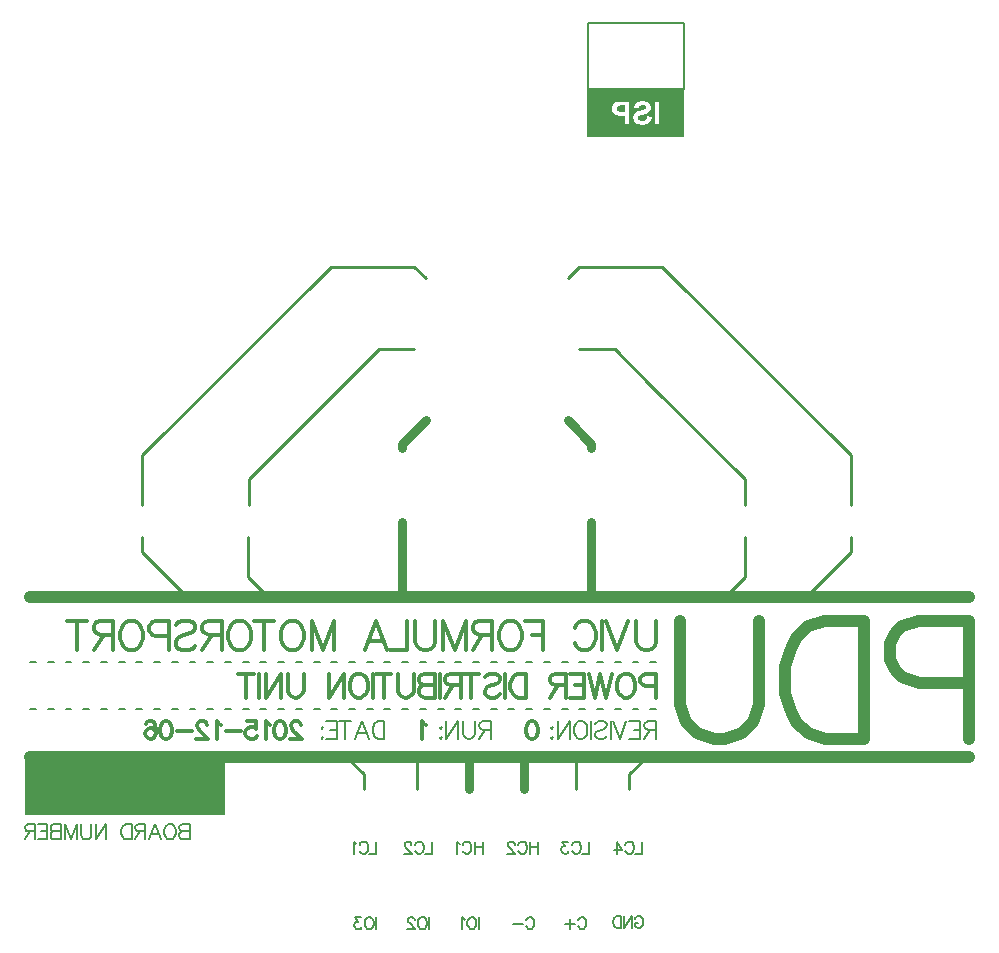
<source format=gbo>
G04 Layer_Color=32896*
%FSLAX25Y25*%
%MOIN*%
G70*
G01*
G75*
%ADD31C,0.03937*%
%ADD34C,0.03150*%
%ADD49C,0.00787*%
%ADD50C,0.01000*%
%ADD51R,0.66929X0.19685*%
%ADD79C,0.01181*%
G36*
X259449Y295276D02*
X226953D01*
Y311024D01*
X259449D01*
Y295276D01*
D02*
G37*
%LPC*%
G36*
X245507Y307070D02*
X245368D01*
X245276Y307058D01*
X245149Y307047D01*
X245011Y307035D01*
X244861Y307012D01*
X244700Y306989D01*
X244354Y306920D01*
X243996Y306805D01*
X243823Y306735D01*
X243662Y306643D01*
X243501Y306551D01*
X243362Y306436D01*
X243351Y306424D01*
X243328Y306401D01*
X243293Y306366D01*
X243247Y306320D01*
X243189Y306263D01*
X243132Y306182D01*
X243062Y306090D01*
X242993Y305986D01*
X242924Y305871D01*
X242866Y305744D01*
X242740Y305467D01*
X242693Y305306D01*
X242647Y305133D01*
X242613Y304948D01*
X242601Y304764D01*
X244135Y304706D01*
Y304718D01*
Y304729D01*
X244158Y304798D01*
X244181Y304902D01*
X244227Y305029D01*
X244285Y305167D01*
X244354Y305306D01*
X244446Y305433D01*
X244561Y305536D01*
X244573Y305548D01*
X244619Y305582D01*
X244688Y305617D01*
X244792Y305675D01*
X244930Y305721D01*
X245092Y305755D01*
X245288Y305790D01*
X245518Y305802D01*
X245622D01*
X245749Y305790D01*
X245899Y305767D01*
X246060Y305732D01*
X246233Y305686D01*
X246406Y305617D01*
X246556Y305525D01*
X246568Y305513D01*
X246591Y305490D01*
X246625Y305456D01*
X246671Y305398D01*
X246717Y305329D01*
X246752Y305248D01*
X246775Y305156D01*
X246787Y305052D01*
Y305041D01*
Y305006D01*
X246775Y304960D01*
X246764Y304891D01*
X246729Y304821D01*
X246694Y304741D01*
X246637Y304672D01*
X246568Y304591D01*
X246556Y304579D01*
X246510Y304545D01*
X246418Y304499D01*
X246360Y304476D01*
X246279Y304441D01*
X246199Y304395D01*
X246095Y304360D01*
X245991Y304314D01*
X245853Y304279D01*
X245714Y304233D01*
X245553Y304187D01*
X245368Y304130D01*
X245172Y304083D01*
X245161D01*
X245126Y304072D01*
X245069Y304061D01*
X244988Y304037D01*
X244896Y304014D01*
X244792Y303980D01*
X244550Y303922D01*
X244273Y303830D01*
X244008Y303749D01*
X243743Y303645D01*
X243627Y303599D01*
X243524Y303542D01*
X243512D01*
X243501Y303530D01*
X243431Y303496D01*
X243339Y303426D01*
X243224Y303346D01*
X243086Y303230D01*
X242947Y303103D01*
X242820Y302942D01*
X242693Y302769D01*
X242682Y302746D01*
X242647Y302688D01*
X242590Y302573D01*
X242532Y302435D01*
X242486Y302262D01*
X242428Y302054D01*
X242394Y301824D01*
X242382Y301570D01*
Y301558D01*
Y301535D01*
Y301501D01*
Y301455D01*
X242405Y301328D01*
X242428Y301166D01*
X242474Y300982D01*
X242532Y300774D01*
X242624Y300555D01*
X242751Y300336D01*
Y300325D01*
X242763Y300313D01*
X242820Y300244D01*
X242901Y300140D01*
X243016Y300025D01*
X243155Y299887D01*
X243339Y299748D01*
X243535Y299610D01*
X243777Y299495D01*
X243789D01*
X243812Y299483D01*
X243847Y299471D01*
X243893Y299448D01*
X243962Y299437D01*
X244031Y299414D01*
X244123Y299391D01*
X244227Y299368D01*
X244469Y299310D01*
X244746Y299275D01*
X245057Y299241D01*
X245415Y299229D01*
X245553D01*
X245657Y299241D01*
X245772Y299253D01*
X245910Y299264D01*
X246060Y299287D01*
X246233Y299310D01*
X246591Y299391D01*
X246775Y299448D01*
X246960Y299506D01*
X247132Y299587D01*
X247305Y299668D01*
X247478Y299771D01*
X247628Y299887D01*
X247640Y299898D01*
X247663Y299921D01*
X247697Y299956D01*
X247755Y300013D01*
X247813Y300083D01*
X247882Y300163D01*
X247951Y300267D01*
X248032Y300371D01*
X248113Y300509D01*
X248193Y300648D01*
X248263Y300809D01*
X248343Y300982D01*
X248401Y301166D01*
X248459Y301374D01*
X248505Y301593D01*
X248539Y301824D01*
X247052Y301974D01*
Y301962D01*
X247040Y301939D01*
Y301904D01*
X247029Y301847D01*
X246994Y301720D01*
X246936Y301547D01*
X246867Y301374D01*
X246775Y301189D01*
X246660Y301017D01*
X246521Y300867D01*
X246498Y300855D01*
X246441Y300809D01*
X246349Y300763D01*
X246222Y300694D01*
X246060Y300636D01*
X245876Y300578D01*
X245657Y300532D01*
X245403Y300521D01*
X245276D01*
X245149Y300532D01*
X244988Y300555D01*
X244804Y300602D01*
X244619Y300648D01*
X244446Y300728D01*
X244296Y300832D01*
X244285Y300844D01*
X244238Y300890D01*
X244181Y300947D01*
X244100Y301040D01*
X244031Y301143D01*
X243973Y301270D01*
X243927Y301409D01*
X243916Y301558D01*
Y301570D01*
Y301605D01*
X243927Y301651D01*
X243939Y301720D01*
X243985Y301858D01*
X244019Y301939D01*
X244077Y302008D01*
X244089Y302020D01*
X244112Y302043D01*
X244146Y302077D01*
X244204Y302123D01*
X244285Y302181D01*
X244377Y302227D01*
X244492Y302285D01*
X244631Y302343D01*
X244642D01*
X244688Y302366D01*
X244769Y302389D01*
X244884Y302423D01*
X244953Y302446D01*
X245046Y302469D01*
X245138Y302492D01*
X245253Y302527D01*
X245380Y302562D01*
X245518Y302596D01*
X245668Y302631D01*
X245841Y302677D01*
X245853D01*
X245899Y302688D01*
X245956Y302712D01*
X246037Y302734D01*
X246141Y302758D01*
X246256Y302792D01*
X246510Y302884D01*
X246798Y302988D01*
X247086Y303115D01*
X247340Y303265D01*
X247455Y303346D01*
X247559Y303426D01*
X247571Y303438D01*
X247594Y303461D01*
X247628Y303496D01*
X247663Y303542D01*
X247721Y303599D01*
X247778Y303668D01*
X247836Y303761D01*
X247905Y303853D01*
X248032Y304072D01*
X248147Y304337D01*
X248182Y304476D01*
X248216Y304625D01*
X248239Y304787D01*
X248251Y304948D01*
Y304960D01*
Y304971D01*
Y305006D01*
Y305052D01*
X248228Y305156D01*
X248205Y305306D01*
X248170Y305467D01*
X248113Y305652D01*
X248032Y305836D01*
X247928Y306032D01*
Y306044D01*
X247917Y306055D01*
X247870Y306113D01*
X247790Y306205D01*
X247686Y306320D01*
X247559Y306447D01*
X247398Y306574D01*
X247213Y306701D01*
X246994Y306805D01*
X246983D01*
X246971Y306816D01*
X246925Y306828D01*
X246879Y306851D01*
X246821Y306862D01*
X246752Y306885D01*
X246579Y306943D01*
X246360Y306989D01*
X246106Y307024D01*
X245818Y307058D01*
X245507Y307070D01*
D02*
G37*
G36*
X241079Y306943D02*
X238174D01*
X238035Y306931D01*
X237885D01*
X237574Y306920D01*
X237274Y306897D01*
X237136Y306885D01*
X237009Y306862D01*
X236905Y306851D01*
X236813Y306828D01*
X236802D01*
X236779Y306816D01*
X236755Y306805D01*
X236709Y306793D01*
X236583Y306747D01*
X236433Y306666D01*
X236260Y306574D01*
X236087Y306436D01*
X235902Y306274D01*
X235729Y306078D01*
Y306067D01*
X235706Y306055D01*
X235683Y306021D01*
X235660Y305974D01*
X235626Y305917D01*
X235591Y305848D01*
X235499Y305686D01*
X235418Y305467D01*
X235349Y305213D01*
X235303Y304925D01*
X235280Y304602D01*
Y304591D01*
Y304568D01*
Y304533D01*
Y304487D01*
X235291Y304360D01*
X235314Y304199D01*
X235337Y304014D01*
X235383Y303818D01*
X235453Y303622D01*
X235533Y303438D01*
X235545Y303415D01*
X235579Y303357D01*
X235637Y303276D01*
X235706Y303173D01*
X235799Y303046D01*
X235914Y302919D01*
X236041Y302804D01*
X236179Y302688D01*
X236191Y302677D01*
X236248Y302642D01*
X236329Y302596D01*
X236421Y302550D01*
X236548Y302481D01*
X236675Y302423D01*
X236825Y302377D01*
X236975Y302331D01*
X236998D01*
X237032Y302319D01*
X237078D01*
X237136Y302308D01*
X237205Y302296D01*
X237286Y302285D01*
X237378D01*
X237482Y302273D01*
X237597Y302262D01*
X237724Y302250D01*
X237874Y302239D01*
X238024D01*
X238185Y302227D01*
X239546D01*
Y299368D01*
X241079D01*
Y306943D01*
D02*
G37*
G36*
X251122D02*
X249588D01*
Y299368D01*
X251122D01*
Y306943D01*
D02*
G37*
%LPD*%
G36*
X239546Y303507D02*
X238496D01*
X238416Y303519D01*
X238231D01*
X238024Y303530D01*
X237828Y303553D01*
X237655Y303588D01*
X237574Y303599D01*
X237516Y303622D01*
X237505Y303634D01*
X237470Y303645D01*
X237413Y303668D01*
X237344Y303715D01*
X237263Y303761D01*
X237182Y303830D01*
X237101Y303899D01*
X237032Y303991D01*
X237021Y304003D01*
X237009Y304037D01*
X236975Y304095D01*
X236940Y304164D01*
X236917Y304245D01*
X236882Y304349D01*
X236871Y304464D01*
X236859Y304579D01*
Y304602D01*
Y304648D01*
X236871Y304729D01*
X236894Y304821D01*
X236917Y304925D01*
X236963Y305041D01*
X237021Y305156D01*
X237101Y305260D01*
X237113Y305271D01*
X237147Y305306D01*
X237194Y305352D01*
X237274Y305410D01*
X237355Y305467D01*
X237470Y305525D01*
X237586Y305571D01*
X237724Y305606D01*
X237736D01*
X237782Y305617D01*
X237851Y305628D01*
X237955Y305640D01*
X238105D01*
X238300Y305652D01*
X238404Y305663D01*
X239546D01*
Y303507D01*
D02*
G37*
D31*
X41339Y141732D02*
X354331D01*
X41339Y88583D02*
X354331D01*
Y113232D02*
X337461D01*
X331838Y115106D01*
X329964Y116981D01*
X328090Y120729D01*
Y126352D01*
X329964Y130101D01*
X331838Y131975D01*
X337461Y133850D01*
X354331D01*
Y94488D01*
X319280Y133850D02*
Y94488D01*
Y133850D02*
X306159D01*
X300536Y131975D01*
X296788Y128227D01*
X294913Y124478D01*
X293039Y118855D01*
Y109483D01*
X294913Y103860D01*
X296788Y100111D01*
X300536Y96363D01*
X306159Y94488D01*
X319280D01*
X284229Y133850D02*
Y105734D01*
X282355Y100111D01*
X278606Y96363D01*
X272983Y94488D01*
X269235D01*
X263612Y96363D01*
X259863Y100111D01*
X257988Y105734D01*
Y133850D01*
D34*
X228346Y142126D02*
Y166929D01*
X205906Y88583D02*
X205945Y77953D01*
X187668D02*
X187707Y88583D01*
X165266Y142126D02*
Y166929D01*
X228346Y191339D02*
Y192913D01*
X220472Y200787D02*
X228346Y192913D01*
X165354D02*
X173228Y200787D01*
X165354Y191339D02*
Y192913D01*
D49*
X248031Y120079D02*
X250000D01*
X242126D02*
X244094D01*
X230315D02*
X232283D01*
X236221D02*
X238189D01*
X242126D02*
X244094D01*
X236221D02*
X238189D01*
X248031D02*
X250000D01*
X218504D02*
X220472D01*
X212598D02*
X214567D01*
X224410D02*
X226378D01*
X200787D02*
X202756D01*
X194882D02*
X196850D01*
X206693D02*
X208661D01*
X153543D02*
X155512D01*
X141732D02*
X143701D01*
X147638D02*
X149606D01*
X171260D02*
X173228D01*
X159449D02*
X161417D01*
X165354D02*
X167323D01*
X183071D02*
X185039D01*
X177165D02*
X179134D01*
X188976D02*
X190945D01*
X100394D02*
X102362D01*
X88583D02*
X90551D01*
X94488D02*
X96457D01*
X118110D02*
X120079D01*
X106299D02*
X108268D01*
X112205D02*
X114173D01*
X129921D02*
X131890D01*
X124016D02*
X125984D01*
X135827D02*
X137795D01*
X47244D02*
X49213D01*
X41339D02*
X43307D01*
X64961D02*
X66929D01*
X53150D02*
X55118D01*
X59055D02*
X61024D01*
X76772D02*
X78740D01*
X70866D02*
X72835D01*
X82677D02*
X84646D01*
X82677Y104331D02*
X84646D01*
X70866D02*
X72835D01*
X76772D02*
X78740D01*
X59055D02*
X61024D01*
X53150D02*
X55118D01*
X64961D02*
X66929D01*
X41339D02*
X43307D01*
X47244D02*
X49213D01*
X135827D02*
X137795D01*
X124016D02*
X125984D01*
X129921D02*
X131890D01*
X112205D02*
X114173D01*
X106299D02*
X108268D01*
X118110D02*
X120079D01*
X94488D02*
X96457D01*
X88583D02*
X90551D01*
X100394D02*
X102362D01*
X188976D02*
X190945D01*
X177165D02*
X179134D01*
X183071D02*
X185039D01*
X165354D02*
X167323D01*
X159449D02*
X161417D01*
X171260D02*
X173228D01*
X147638D02*
X149606D01*
X141732D02*
X143701D01*
X153543D02*
X155512D01*
X206693D02*
X208661D01*
X194882D02*
X196850D01*
X200787D02*
X202756D01*
X224410D02*
X226378D01*
X212598D02*
X214567D01*
X218504D02*
X220472D01*
X248031D02*
X250000D01*
X236221D02*
X238189D01*
X242126D02*
X244094D01*
X236221D02*
X238189D01*
X230315D02*
X232283D01*
X242126D02*
X244094D01*
X248031D02*
X250000D01*
X259213Y311024D02*
Y333071D01*
X227165Y311024D02*
X259213D01*
X227165Y333071D02*
X259213D01*
X227165Y311024D02*
Y333071D01*
X250000Y100392D02*
Y94488D01*
Y100392D02*
X247470D01*
X246626Y100111D01*
X246345Y99830D01*
X246064Y99268D01*
Y98706D01*
X246345Y98143D01*
X246626Y97862D01*
X247470Y97581D01*
X250000D01*
X248032D02*
X246064Y94488D01*
X241087Y100392D02*
X244742D01*
Y94488D01*
X241087D01*
X244742Y97581D02*
X242493D01*
X240103Y100392D02*
X237854Y94488D01*
X235605Y100392D02*
X237854Y94488D01*
X234846Y100392D02*
Y94488D01*
X229673Y99549D02*
X230235Y100111D01*
X231078Y100392D01*
X232203D01*
X233046Y100111D01*
X233609Y99549D01*
Y98987D01*
X233328Y98424D01*
X233046Y98143D01*
X232484Y97862D01*
X230797Y97300D01*
X230235Y97019D01*
X229954Y96737D01*
X229673Y96175D01*
Y95332D01*
X230235Y94769D01*
X231078Y94488D01*
X232203D01*
X233046Y94769D01*
X233609Y95332D01*
X228351Y100392D02*
Y94488D01*
X225427Y100392D02*
X225989Y100111D01*
X226552Y99549D01*
X226833Y98987D01*
X227114Y98143D01*
Y96737D01*
X226833Y95894D01*
X226552Y95332D01*
X225989Y94769D01*
X225427Y94488D01*
X224303D01*
X223740Y94769D01*
X223178Y95332D01*
X222897Y95894D01*
X222616Y96737D01*
Y98143D01*
X222897Y98987D01*
X223178Y99549D01*
X223740Y100111D01*
X224303Y100392D01*
X225427D01*
X221238D02*
Y94488D01*
Y100392D02*
X217302Y94488D01*
Y100392D02*
Y94488D01*
X215390Y98424D02*
X215671Y98143D01*
X215390Y97862D01*
X215109Y98143D01*
X215390Y98424D01*
Y95051D02*
X215671Y94769D01*
X215390Y94488D01*
X215109Y94769D01*
X215390Y95051D01*
X194882Y100392D02*
Y94488D01*
Y100392D02*
X192351D01*
X191508Y100111D01*
X191227Y99830D01*
X190946Y99268D01*
Y98706D01*
X191227Y98143D01*
X191508Y97862D01*
X192351Y97581D01*
X194882D01*
X192914D02*
X190946Y94488D01*
X189624Y100392D02*
Y96175D01*
X189343Y95332D01*
X188781Y94769D01*
X187937Y94488D01*
X187375D01*
X186532Y94769D01*
X185969Y95332D01*
X185688Y96175D01*
Y100392D01*
X184057D02*
Y94488D01*
Y100392D02*
X180121Y94488D01*
Y100392D02*
Y94488D01*
X178209Y98424D02*
X178491Y98143D01*
X178209Y97862D01*
X177928Y98143D01*
X178209Y98424D01*
Y95051D02*
X178491Y94769D01*
X178209Y94488D01*
X177928Y94769D01*
X178209Y95051D01*
X159449Y100392D02*
Y94488D01*
Y100392D02*
X157481D01*
X156637Y100111D01*
X156075Y99549D01*
X155794Y98987D01*
X155513Y98143D01*
Y96737D01*
X155794Y95894D01*
X156075Y95332D01*
X156637Y94769D01*
X157481Y94488D01*
X159449D01*
X149693D02*
X151942Y100392D01*
X154191Y94488D01*
X153348Y96456D02*
X150536D01*
X146347Y100392D02*
Y94488D01*
X148315Y100392D02*
X144379D01*
X140021D02*
X143676D01*
Y94488D01*
X140021D01*
X143676Y97581D02*
X141427D01*
X138756Y98424D02*
X139037Y98143D01*
X138756Y97862D01*
X138475Y98143D01*
X138756Y98424D01*
Y95051D02*
X139037Y94769D01*
X138756Y94488D01*
X138475Y94769D01*
X138756Y95051D01*
X245276Y60235D02*
Y56299D01*
X243026D01*
X239784Y59298D02*
X239971Y59673D01*
X240346Y60048D01*
X240721Y60235D01*
X241471D01*
X241845Y60048D01*
X242220Y59673D01*
X242408Y59298D01*
X242595Y58736D01*
Y57799D01*
X242408Y57236D01*
X242220Y56862D01*
X241845Y56487D01*
X241471Y56299D01*
X240721D01*
X240346Y56487D01*
X239971Y56862D01*
X239784Y57236D01*
X236804Y60235D02*
X238678Y57611D01*
X235866D01*
X236804Y60235D02*
Y56299D01*
X227559Y60235D02*
Y56299D01*
X225310D01*
X222067Y59298D02*
X222255Y59673D01*
X222629Y60048D01*
X223004Y60235D01*
X223754D01*
X224129Y60048D01*
X224504Y59673D01*
X224691Y59298D01*
X224879Y58736D01*
Y57799D01*
X224691Y57236D01*
X224504Y56862D01*
X224129Y56487D01*
X223754Y56299D01*
X223004D01*
X222629Y56487D01*
X222255Y56862D01*
X222067Y57236D01*
X220586Y60235D02*
X218525D01*
X219649Y58736D01*
X219087D01*
X218712Y58548D01*
X218525Y58361D01*
X218337Y57799D01*
Y57424D01*
X218525Y56862D01*
X218899Y56487D01*
X219462Y56299D01*
X220024D01*
X220586Y56487D01*
X220774Y56674D01*
X220961Y57049D01*
X210630Y60235D02*
Y56299D01*
X208006Y60235D02*
Y56299D01*
X210630Y58361D02*
X208006D01*
X204107Y59298D02*
X204295Y59673D01*
X204669Y60048D01*
X205044Y60235D01*
X205794D01*
X206169Y60048D01*
X206544Y59673D01*
X206731Y59298D01*
X206919Y58736D01*
Y57799D01*
X206731Y57236D01*
X206544Y56862D01*
X206169Y56487D01*
X205794Y56299D01*
X205044D01*
X204669Y56487D01*
X204295Y56862D01*
X204107Y57236D01*
X202814Y59298D02*
Y59486D01*
X202626Y59860D01*
X202439Y60048D01*
X202064Y60235D01*
X201314D01*
X200939Y60048D01*
X200752Y59860D01*
X200565Y59486D01*
Y59111D01*
X200752Y58736D01*
X201127Y58174D01*
X203001Y56299D01*
X200377D01*
X192126Y60235D02*
Y56299D01*
X189502Y60235D02*
Y56299D01*
X192126Y58361D02*
X189502D01*
X185603Y59298D02*
X185791Y59673D01*
X186165Y60048D01*
X186540Y60235D01*
X187290D01*
X187665Y60048D01*
X188040Y59673D01*
X188227Y59298D01*
X188415Y58736D01*
Y57799D01*
X188227Y57236D01*
X188040Y56862D01*
X187665Y56487D01*
X187290Y56299D01*
X186540D01*
X186165Y56487D01*
X185791Y56862D01*
X185603Y57236D01*
X184497Y59486D02*
X184123Y59673D01*
X183560Y60235D01*
Y56299D01*
X175197Y60235D02*
Y56299D01*
X172948D01*
X169705Y59298D02*
X169892Y59673D01*
X170267Y60048D01*
X170642Y60235D01*
X171392D01*
X171767Y60048D01*
X172142Y59673D01*
X172329Y59298D01*
X172517Y58736D01*
Y57799D01*
X172329Y57236D01*
X172142Y56862D01*
X171767Y56487D01*
X171392Y56299D01*
X170642D01*
X170267Y56487D01*
X169892Y56862D01*
X169705Y57236D01*
X168412Y59298D02*
Y59486D01*
X168224Y59860D01*
X168037Y60048D01*
X167662Y60235D01*
X166912D01*
X166537Y60048D01*
X166350Y59860D01*
X166162Y59486D01*
Y59111D01*
X166350Y58736D01*
X166725Y58174D01*
X168599Y56299D01*
X165975D01*
X156693Y60235D02*
Y56299D01*
X154444D01*
X151201Y59298D02*
X151389Y59673D01*
X151763Y60048D01*
X152138Y60235D01*
X152888D01*
X153263Y60048D01*
X153638Y59673D01*
X153825Y59298D01*
X154013Y58736D01*
Y57799D01*
X153825Y57236D01*
X153638Y56862D01*
X153263Y56487D01*
X152888Y56299D01*
X152138D01*
X151763Y56487D01*
X151389Y56862D01*
X151201Y57236D01*
X150095Y59486D02*
X149720Y59673D01*
X149158Y60235D01*
Y56299D01*
X242858Y34495D02*
X243045Y34870D01*
X243420Y35245D01*
X243795Y35432D01*
X244545D01*
X244919Y35245D01*
X245294Y34870D01*
X245482Y34495D01*
X245669Y33933D01*
Y32996D01*
X245482Y32433D01*
X245294Y32058D01*
X244919Y31683D01*
X244545Y31496D01*
X243795D01*
X243420Y31683D01*
X243045Y32058D01*
X242858Y32433D01*
Y32996D01*
X243795D02*
X242858D01*
X241958Y35432D02*
Y31496D01*
Y35432D02*
X239334Y31496D01*
Y35432D02*
Y31496D01*
X238247Y35432D02*
Y31496D01*
Y35432D02*
X236935D01*
X236372Y35245D01*
X235998Y34870D01*
X235810Y34495D01*
X235623Y33933D01*
Y32996D01*
X235810Y32433D01*
X235998Y32058D01*
X236372Y31683D01*
X236935Y31496D01*
X238247D01*
X223960Y34101D02*
X224148Y34476D01*
X224522Y34851D01*
X224897Y35039D01*
X225647D01*
X226022Y34851D01*
X226397Y34476D01*
X226584Y34101D01*
X226772Y33539D01*
Y32602D01*
X226584Y32039D01*
X226397Y31665D01*
X226022Y31290D01*
X225647Y31102D01*
X224897D01*
X224522Y31290D01*
X224148Y31665D01*
X223960Y32039D01*
X221167Y34476D02*
Y31102D01*
X222854Y32789D02*
X219480D01*
X206637Y34101D02*
X206825Y34476D01*
X207200Y34851D01*
X207574Y35039D01*
X208324D01*
X208699Y34851D01*
X209074Y34476D01*
X209261Y34101D01*
X209449Y33539D01*
Y32602D01*
X209261Y32039D01*
X209074Y31665D01*
X208699Y31290D01*
X208324Y31102D01*
X207574D01*
X207200Y31290D01*
X206825Y31665D01*
X206637Y32039D01*
X205531Y32789D02*
X202157D01*
X190945Y35039D02*
Y31102D01*
X188996Y35039D02*
X189370Y34851D01*
X189745Y34476D01*
X189933Y34101D01*
X190120Y33539D01*
Y32602D01*
X189933Y32039D01*
X189745Y31665D01*
X189370Y31290D01*
X188996Y31102D01*
X188246D01*
X187871Y31290D01*
X187496Y31665D01*
X187309Y32039D01*
X187121Y32602D01*
Y33539D01*
X187309Y34101D01*
X187496Y34476D01*
X187871Y34851D01*
X188246Y35039D01*
X188996D01*
X186203Y34289D02*
X185828Y34476D01*
X185266Y35039D01*
Y31102D01*
X174409Y35039D02*
Y31102D01*
X172460Y35039D02*
X172835Y34851D01*
X173210Y34476D01*
X173397Y34101D01*
X173585Y33539D01*
Y32602D01*
X173397Y32039D01*
X173210Y31665D01*
X172835Y31290D01*
X172460Y31102D01*
X171710D01*
X171335Y31290D01*
X170961Y31665D01*
X170773Y32039D01*
X170586Y32602D01*
Y33539D01*
X170773Y34101D01*
X170961Y34476D01*
X171335Y34851D01*
X171710Y35039D01*
X172460D01*
X169480Y34101D02*
Y34289D01*
X169292Y34664D01*
X169105Y34851D01*
X168730Y35039D01*
X167980D01*
X167605Y34851D01*
X167418Y34664D01*
X167231Y34289D01*
Y33914D01*
X167418Y33539D01*
X167793Y32977D01*
X169667Y31102D01*
X167043D01*
X156693Y35039D02*
Y31102D01*
X154744Y35039D02*
X155118Y34851D01*
X155493Y34476D01*
X155681Y34101D01*
X155868Y33539D01*
Y32602D01*
X155681Y32039D01*
X155493Y31665D01*
X155118Y31290D01*
X154744Y31102D01*
X153994D01*
X153619Y31290D01*
X153244Y31665D01*
X153057Y32039D01*
X152869Y32602D01*
Y33539D01*
X153057Y34101D01*
X153244Y34476D01*
X153619Y34851D01*
X153994Y35039D01*
X154744D01*
X151576D02*
X149514D01*
X150639Y33539D01*
X150076D01*
X149701Y33352D01*
X149514Y33164D01*
X149327Y32602D01*
Y32227D01*
X149514Y31665D01*
X149889Y31290D01*
X150451Y31102D01*
X151014D01*
X151576Y31290D01*
X151763Y31477D01*
X151951Y31852D01*
X94488Y66141D02*
Y61024D01*
Y66141D02*
X92295D01*
X91564Y65897D01*
X91321Y65653D01*
X91077Y65166D01*
Y64679D01*
X91321Y64191D01*
X91564Y63948D01*
X92295Y63704D01*
X94488D02*
X92295D01*
X91564Y63460D01*
X91321Y63217D01*
X91077Y62729D01*
Y61998D01*
X91321Y61511D01*
X91564Y61267D01*
X92295Y61024D01*
X94488D01*
X88470Y66141D02*
X88957Y65897D01*
X89444Y65410D01*
X89688Y64922D01*
X89932Y64191D01*
Y62973D01*
X89688Y62242D01*
X89444Y61755D01*
X88957Y61267D01*
X88470Y61024D01*
X87495D01*
X87008Y61267D01*
X86520Y61755D01*
X86277Y62242D01*
X86033Y62973D01*
Y64191D01*
X86277Y64922D01*
X86520Y65410D01*
X87008Y65897D01*
X87495Y66141D01*
X88470D01*
X80940Y61024D02*
X82890Y66141D01*
X84839Y61024D01*
X84108Y62729D02*
X81671D01*
X79746Y66141D02*
Y61024D01*
Y66141D02*
X77553D01*
X76822Y65897D01*
X76579Y65653D01*
X76335Y65166D01*
Y64679D01*
X76579Y64191D01*
X76822Y63948D01*
X77553Y63704D01*
X79746D01*
X78041D02*
X76335Y61024D01*
X75190Y66141D02*
Y61024D01*
Y66141D02*
X73484D01*
X72753Y65897D01*
X72266Y65410D01*
X72022Y64922D01*
X71778Y64191D01*
Y62973D01*
X72022Y62242D01*
X72266Y61755D01*
X72753Y61267D01*
X73484Y61024D01*
X75190D01*
X66613Y66141D02*
Y61024D01*
Y66141D02*
X63201Y61024D01*
Y66141D02*
Y61024D01*
X61788Y66141D02*
Y62486D01*
X61544Y61755D01*
X61057Y61267D01*
X60326Y61024D01*
X59839D01*
X59108Y61267D01*
X58620Y61755D01*
X58377Y62486D01*
Y66141D01*
X56963D02*
Y61024D01*
Y66141D02*
X55014Y61024D01*
X53065Y66141D02*
X55014Y61024D01*
X53065Y66141D02*
Y61024D01*
X51603Y66141D02*
Y61024D01*
Y66141D02*
X49410D01*
X48679Y65897D01*
X48435Y65653D01*
X48191Y65166D01*
Y64679D01*
X48435Y64191D01*
X48679Y63948D01*
X49410Y63704D01*
X51603D02*
X49410D01*
X48679Y63460D01*
X48435Y63217D01*
X48191Y62729D01*
Y61998D01*
X48435Y61511D01*
X48679Y61267D01*
X49410Y61024D01*
X51603D01*
X43878Y66141D02*
X47046D01*
Y61024D01*
X43878D01*
X47046Y63704D02*
X45097D01*
X43026Y66141D02*
Y61024D01*
Y66141D02*
X40833D01*
X40102Y65897D01*
X39858Y65653D01*
X39614Y65166D01*
Y64679D01*
X39858Y64191D01*
X40102Y63948D01*
X40833Y63704D01*
X43026D01*
X41320D02*
X39614Y61024D01*
D50*
X314961Y156693D02*
Y161811D01*
X240945Y77953D02*
Y82677D01*
X300394Y142126D02*
X314961Y156693D01*
X240945Y82677D02*
X246850Y88583D01*
X223445Y77953D02*
Y82677D01*
X279528Y156693D02*
Y161811D01*
Y148425D02*
Y156693D01*
X274016Y142913D02*
X279528Y148425D01*
X223445Y82677D02*
Y88406D01*
X170168Y82677D02*
Y88406D01*
Y77953D02*
Y82677D01*
X146762Y88583D02*
X152668Y82677D01*
Y77953D02*
Y82677D01*
X114085Y148425D02*
X119597Y142913D01*
X114085Y148425D02*
Y156693D01*
Y161811D01*
X78652Y156693D02*
X93219Y142126D01*
X78652Y156693D02*
Y161811D01*
Y172441D02*
Y177559D01*
X279528Y172441D02*
Y177559D01*
X314961Y172441D02*
Y177559D01*
Y188976D01*
X251969Y251969D02*
X314961Y188976D01*
X232283Y251969D02*
X251969D01*
X279528Y177165D02*
Y181102D01*
X248031Y212598D02*
X279528Y181102D01*
X224410Y224410D02*
X236221D01*
X248031Y212598D02*
X248031D01*
X236221Y224410D02*
X248031Y212598D01*
X224410Y251969D02*
X232283D01*
X220472Y248031D02*
X224410Y251969D01*
X169291D02*
X173228Y248031D01*
X161417Y251969D02*
X169291D01*
X145669Y212598D02*
X157480Y224410D01*
X145669Y212598D02*
X145669D01*
X157480Y224410D02*
X169291D01*
X114173Y181102D02*
X145669Y212598D01*
X114173Y177165D02*
Y181102D01*
X141732Y251969D02*
X161417D01*
X78740Y188976D02*
X141732Y251969D01*
X78740Y177559D02*
Y188976D01*
Y172441D02*
Y177559D01*
X114173Y172441D02*
Y177559D01*
D51*
X72835Y78740D02*
D03*
D79*
X250000Y133856D02*
Y126827D01*
X249531Y125422D01*
X248594Y124484D01*
X247188Y124016D01*
X246251D01*
X244846Y124484D01*
X243908Y125422D01*
X243440Y126827D01*
Y133856D01*
X240722D02*
X236973Y124016D01*
X233224Y133856D02*
X236973Y124016D01*
X231959Y133856D02*
Y124016D01*
X222869Y131513D02*
X223337Y132450D01*
X224274Y133388D01*
X225212Y133856D01*
X227086D01*
X228023Y133388D01*
X228960Y132450D01*
X229429Y131513D01*
X229897Y130107D01*
Y127764D01*
X229429Y126359D01*
X228960Y125422D01*
X228023Y124484D01*
X227086Y124016D01*
X225212D01*
X224274Y124484D01*
X223337Y125422D01*
X222869Y126359D01*
X212372Y133856D02*
Y124016D01*
Y133856D02*
X206280D01*
X212372Y129170D02*
X208623D01*
X202344Y133856D02*
X203281Y133388D01*
X204219Y132450D01*
X204687Y131513D01*
X205156Y130107D01*
Y127764D01*
X204687Y126359D01*
X204219Y125422D01*
X203281Y124484D01*
X202344Y124016D01*
X200470D01*
X199533Y124484D01*
X198596Y125422D01*
X198127Y126359D01*
X197658Y127764D01*
Y130107D01*
X198127Y131513D01*
X198596Y132450D01*
X199533Y133388D01*
X200470Y133856D01*
X202344D01*
X195362D02*
Y124016D01*
Y133856D02*
X191145D01*
X189739Y133388D01*
X189271Y132919D01*
X188802Y131982D01*
Y131045D01*
X189271Y130107D01*
X189739Y129639D01*
X191145Y129170D01*
X195362D01*
X192082D02*
X188802Y124016D01*
X186600Y133856D02*
Y124016D01*
Y133856D02*
X182851Y124016D01*
X179102Y133856D02*
X182851Y124016D01*
X179102Y133856D02*
Y124016D01*
X176291Y133856D02*
Y126827D01*
X175822Y125422D01*
X174885Y124484D01*
X173479Y124016D01*
X172542D01*
X171136Y124484D01*
X170199Y125422D01*
X169730Y126827D01*
Y133856D01*
X167013D02*
Y124016D01*
X161390D01*
X152814D02*
X156563Y133856D01*
X160312Y124016D01*
X158906Y127296D02*
X154220D01*
X142786Y133856D02*
Y124016D01*
Y133856D02*
X139038Y124016D01*
X135289Y133856D02*
X139038Y124016D01*
X135289Y133856D02*
Y124016D01*
X129666Y133856D02*
X130603Y133388D01*
X131540Y132450D01*
X132009Y131513D01*
X132477Y130107D01*
Y127764D01*
X132009Y126359D01*
X131540Y125422D01*
X130603Y124484D01*
X129666Y124016D01*
X127792D01*
X126854Y124484D01*
X125917Y125422D01*
X125449Y126359D01*
X124980Y127764D01*
Y130107D01*
X125449Y131513D01*
X125917Y132450D01*
X126854Y133388D01*
X127792Y133856D01*
X129666D01*
X119404D02*
Y124016D01*
X122684Y133856D02*
X116124D01*
X112141D02*
X113078Y133388D01*
X114015Y132450D01*
X114483Y131513D01*
X114952Y130107D01*
Y127764D01*
X114483Y126359D01*
X114015Y125422D01*
X113078Y124484D01*
X112141Y124016D01*
X110266D01*
X109329Y124484D01*
X108392Y125422D01*
X107923Y126359D01*
X107455Y127764D01*
Y130107D01*
X107923Y131513D01*
X108392Y132450D01*
X109329Y133388D01*
X110266Y133856D01*
X112141D01*
X105158D02*
Y124016D01*
Y133856D02*
X100941D01*
X99536Y133388D01*
X99067Y132919D01*
X98598Y131982D01*
Y131045D01*
X99067Y130107D01*
X99536Y129639D01*
X100941Y129170D01*
X105158D01*
X101878D02*
X98598Y124016D01*
X89836Y132450D02*
X90773Y133388D01*
X92179Y133856D01*
X94053D01*
X95459Y133388D01*
X96396Y132450D01*
Y131513D01*
X95927Y130576D01*
X95459Y130107D01*
X94521Y129639D01*
X91710Y128702D01*
X90773Y128233D01*
X90304Y127764D01*
X89836Y126827D01*
Y125422D01*
X90773Y124484D01*
X92179Y124016D01*
X94053D01*
X95459Y124484D01*
X96396Y125422D01*
X87633Y128702D02*
X83416D01*
X82010Y129170D01*
X81542Y129639D01*
X81073Y130576D01*
Y131982D01*
X81542Y132919D01*
X82010Y133388D01*
X83416Y133856D01*
X87633D01*
Y124016D01*
X76059Y133856D02*
X76996Y133388D01*
X77933Y132450D01*
X78402Y131513D01*
X78871Y130107D01*
Y127764D01*
X78402Y126359D01*
X77933Y125422D01*
X76996Y124484D01*
X76059Y124016D01*
X74185D01*
X73247Y124484D01*
X72310Y125422D01*
X71842Y126359D01*
X71373Y127764D01*
Y130107D01*
X71842Y131513D01*
X72310Y132450D01*
X73247Y133388D01*
X74185Y133856D01*
X76059D01*
X69077D02*
Y124016D01*
Y133856D02*
X64860D01*
X63454Y133388D01*
X62985Y132919D01*
X62517Y131982D01*
Y131045D01*
X62985Y130107D01*
X63454Y129639D01*
X64860Y129170D01*
X69077D01*
X65797D02*
X62517Y124016D01*
X57034Y133856D02*
Y124016D01*
X60314Y133856D02*
X53754D01*
X250000Y112016D02*
X246626D01*
X245501Y112391D01*
X245127Y112766D01*
X244752Y113516D01*
Y114641D01*
X245127Y115390D01*
X245501Y115765D01*
X246626Y116140D01*
X250000D01*
Y108268D01*
X240741Y116140D02*
X241490Y115765D01*
X242240Y115015D01*
X242615Y114266D01*
X242990Y113141D01*
Y111267D01*
X242615Y110142D01*
X242240Y109392D01*
X241490Y108643D01*
X240741Y108268D01*
X239241D01*
X238491Y108643D01*
X237742Y109392D01*
X237367Y110142D01*
X236992Y111267D01*
Y113141D01*
X237367Y114266D01*
X237742Y115015D01*
X238491Y115765D01*
X239241Y116140D01*
X240741D01*
X235155D02*
X233281Y108268D01*
X231406Y116140D02*
X233281Y108268D01*
X231406Y116140D02*
X229532Y108268D01*
X227658Y116140D02*
X229532Y108268D01*
X221210Y116140D02*
X226083D01*
Y108268D01*
X221210D01*
X226083Y112391D02*
X223084D01*
X219898Y116140D02*
Y108268D01*
Y116140D02*
X216524D01*
X215399Y115765D01*
X215024Y115390D01*
X214650Y114641D01*
Y113891D01*
X215024Y113141D01*
X215399Y112766D01*
X216524Y112391D01*
X219898D01*
X217274D02*
X214650Y108268D01*
X206702Y116140D02*
Y108268D01*
Y116140D02*
X204078D01*
X202953Y115765D01*
X202204Y115015D01*
X201829Y114266D01*
X201454Y113141D01*
Y111267D01*
X201829Y110142D01*
X202204Y109392D01*
X202953Y108643D01*
X204078Y108268D01*
X206702D01*
X199692Y116140D02*
Y108268D01*
X192794Y115015D02*
X193544Y115765D01*
X194669Y116140D01*
X196168D01*
X197293Y115765D01*
X198043Y115015D01*
Y114266D01*
X197668Y113516D01*
X197293Y113141D01*
X196543Y112766D01*
X194294Y112016D01*
X193544Y111642D01*
X193169Y111267D01*
X192794Y110517D01*
Y109392D01*
X193544Y108643D01*
X194669Y108268D01*
X196168D01*
X197293Y108643D01*
X198043Y109392D01*
X188408Y116140D02*
Y108268D01*
X191033Y116140D02*
X185784D01*
X184847D02*
Y108268D01*
Y116140D02*
X181473D01*
X180349Y115765D01*
X179974Y115390D01*
X179599Y114641D01*
Y113891D01*
X179974Y113141D01*
X180349Y112766D01*
X181473Y112391D01*
X184847D01*
X182223D02*
X179599Y108268D01*
X177837Y116140D02*
Y108268D01*
X176188Y116140D02*
Y108268D01*
Y116140D02*
X172814D01*
X171689Y115765D01*
X171314Y115390D01*
X170939Y114641D01*
Y113891D01*
X171314Y113141D01*
X171689Y112766D01*
X172814Y112391D01*
X176188D02*
X172814D01*
X171689Y112016D01*
X171314Y111642D01*
X170939Y110892D01*
Y109767D01*
X171314Y109018D01*
X171689Y108643D01*
X172814Y108268D01*
X176188D01*
X169177Y116140D02*
Y110517D01*
X168802Y109392D01*
X168053Y108643D01*
X166928Y108268D01*
X166178D01*
X165054Y108643D01*
X164304Y109392D01*
X163929Y110517D01*
Y116140D01*
X159131D02*
Y108268D01*
X161755Y116140D02*
X156507D01*
X155570D02*
Y108268D01*
X151671Y116140D02*
X152420Y115765D01*
X153170Y115015D01*
X153545Y114266D01*
X153920Y113141D01*
Y111267D01*
X153545Y110142D01*
X153170Y109392D01*
X152420Y108643D01*
X151671Y108268D01*
X150171D01*
X149422Y108643D01*
X148672Y109392D01*
X148297Y110142D01*
X147922Y111267D01*
Y113141D01*
X148297Y114266D01*
X148672Y115015D01*
X149422Y115765D01*
X150171Y116140D01*
X151671D01*
X146085D02*
Y108268D01*
Y116140D02*
X140837Y108268D01*
Y116140D02*
Y108268D01*
X132477Y116140D02*
Y110517D01*
X132102Y109392D01*
X131353Y108643D01*
X130228Y108268D01*
X129478D01*
X128354Y108643D01*
X127604Y109392D01*
X127229Y110517D01*
Y116140D01*
X125055D02*
Y108268D01*
Y116140D02*
X119807Y108268D01*
Y116140D02*
Y108268D01*
X117632Y116140D02*
Y108268D01*
X113359Y116140D02*
Y108268D01*
X115983Y116140D02*
X110735D01*
X208943Y100392D02*
X209787Y100111D01*
X210349Y99268D01*
X210630Y97862D01*
Y97019D01*
X210349Y95613D01*
X209787Y94769D01*
X208943Y94488D01*
X208381D01*
X207537Y94769D01*
X206975Y95613D01*
X206694Y97019D01*
Y97862D01*
X206975Y99268D01*
X207537Y100111D01*
X208381Y100392D01*
X208943D01*
X173228Y99268D02*
X172666Y99549D01*
X171823Y100392D01*
Y94488D01*
X131609Y98987D02*
Y99268D01*
X131327Y99830D01*
X131046Y100111D01*
X130484Y100392D01*
X129359D01*
X128797Y100111D01*
X128516Y99830D01*
X128235Y99268D01*
Y98706D01*
X128516Y98143D01*
X129078Y97300D01*
X131890Y94488D01*
X127954D01*
X124945Y100392D02*
X125789Y100111D01*
X126351Y99268D01*
X126632Y97862D01*
Y97019D01*
X126351Y95613D01*
X125789Y94769D01*
X124945Y94488D01*
X124383D01*
X123539Y94769D01*
X122977Y95613D01*
X122696Y97019D01*
Y97862D01*
X122977Y99268D01*
X123539Y100111D01*
X124383Y100392D01*
X124945D01*
X121375Y99268D02*
X120812Y99549D01*
X119969Y100392D01*
Y94488D01*
X113671Y100392D02*
X116482D01*
X116764Y97862D01*
X116482Y98143D01*
X115639Y98424D01*
X114796D01*
X113952Y98143D01*
X113390Y97581D01*
X113109Y96737D01*
Y96175D01*
X113390Y95332D01*
X113952Y94769D01*
X114796Y94488D01*
X115639D01*
X116482Y94769D01*
X116764Y95051D01*
X117045Y95613D01*
X111787Y97019D02*
X106726D01*
X104983Y99268D02*
X104421Y99549D01*
X103577Y100392D01*
Y94488D01*
X100372Y98987D02*
Y99268D01*
X100091Y99830D01*
X99810Y100111D01*
X99248Y100392D01*
X98123D01*
X97561Y100111D01*
X97280Y99830D01*
X96999Y99268D01*
Y98706D01*
X97280Y98143D01*
X97842Y97300D01*
X100654Y94488D01*
X96717D01*
X95396Y97019D02*
X90335D01*
X86905Y100392D02*
X87748Y100111D01*
X88311Y99268D01*
X88592Y97862D01*
Y97019D01*
X88311Y95613D01*
X87748Y94769D01*
X86905Y94488D01*
X86343D01*
X85499Y94769D01*
X84937Y95613D01*
X84656Y97019D01*
Y97862D01*
X84937Y99268D01*
X85499Y100111D01*
X86343Y100392D01*
X86905D01*
X79961Y99549D02*
X80242Y100111D01*
X81085Y100392D01*
X81647D01*
X82491Y100111D01*
X83053Y99268D01*
X83334Y97862D01*
Y96456D01*
X83053Y95332D01*
X82491Y94769D01*
X81647Y94488D01*
X81366D01*
X80523Y94769D01*
X79961Y95332D01*
X79679Y96175D01*
Y96456D01*
X79961Y97300D01*
X80523Y97862D01*
X81366Y98143D01*
X81647D01*
X82491Y97862D01*
X83053Y97300D01*
X83334Y96456D01*
M02*

</source>
